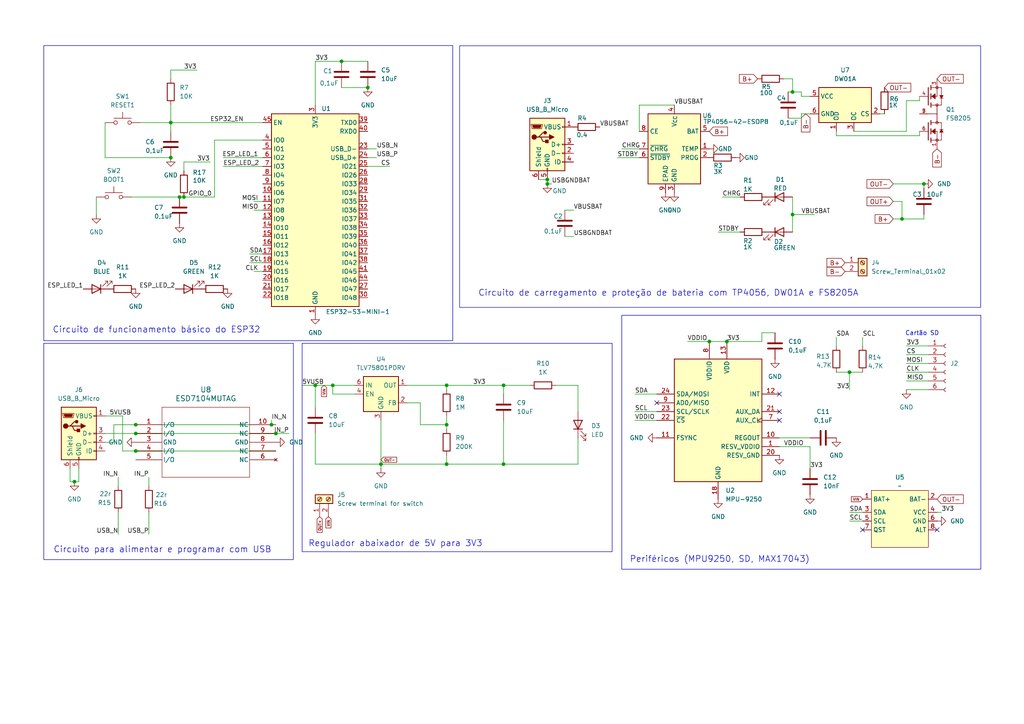
<source format=kicad_sch>
(kicad_sch (version 20250114) (generator "eeschema") (generator_version "9.0")
  (paper "A4")
  (title_block (title "PCI COMPLETA") (date "2025-04-03") (rev "1.0"))
  (lib_symbols
    (symbol "Battery_Management:DW01A"
      (property "Reference" "U" (at -6.604 6.35 0))
      (property "Value" "DW01A" (at 4.318 6.604 0))
      (symbol "DW01A_0_1"
        (pin power_in line (at -10.16 2.54 0) (length 2.54) (name "VCC") (number "5"))
        (pin power_in line (at -10.16 -2.54 0) (length 2.54) (name "GND") (number "6"))
        (pin output line (at -2.54 -7.62 90) (length 2.54) (name "OD") (number "1"))
        (pin output line (at 2.54 -7.62 90) (length 2.54) (name "OC") (number "3"))
        (pin input line (at 10.16 -2.54 180) (length 2.54) (name "CS") (number "2"))
      )
      (symbol "DW01A_1_1"
        (pin no_connect line (at 10.16 2.54 180) (length 2.54) (hide yes) (name "TD") (number "4"))
      )
    )
    (symbol "Battery_Management:TP4056-42-ESOP8"
      (property "Reference" "U" (at -6.604 11.684 0))
      (property "Value" "TP4056-42-ESOP8" (at 10.16 11.684 0))
      (symbol "TP4056-42-ESOP8_1_0"
        (pin input line (at -10.16 5.08 0) (length 2.54) (name "CE") (number "8"))
        (pin open_collector line (at -10.16 0 0) (length 2.54) (name "~{CHRG}") (number "7"))
        (pin open_collector line (at -10.16 -2.54 0) (length 2.54) (name "~{STDBY}") (number "6"))
        (pin passive line (at -2.54 -12.7 90) (length 2.54) (name "EPAD") (number "9"))
        (pin power_in line (at 0 12.7 270) (length 2.54) (name "V_{CC}") (number "4"))
        (pin power_in line (at 0 -12.7 90) (length 2.54) (name "GND") (number "3"))
        (pin power_out line (at 10.16 5.08 180) (length 2.54) (name "BAT") (number "5"))
        (pin input line (at 10.16 0 180) (length 2.54) (name "TEMP") (number "1"))
        (pin passive line (at 10.16 -2.54 180) (length 2.54) (name "PROG") (number "2"))
      )
    )
    (symbol "Connector:Conn_01x06_Socket" (pin_names (offset 1.016) (hide yes))
      (property "Reference" "J" (at 0 7.62 0))
      (property "Value" "Conn_01x06_Socket" (at 0 -10.16 0))
      (symbol "Conn_01x06_Socket_1_1"
        (pin passive line (at -5.08 5.08 0) (length 3.81) (name "Pin_1") (number "1"))
        (pin passive line (at -5.08 2.54 0) (length 3.81) (name "Pin_2") (number "2"))
        (pin passive line (at -5.08 0 0) (length 3.81) (name "Pin_3") (number "3"))
        (pin passive line (at -5.08 -2.54 0) (length 3.81) (name "Pin_4") (number "4"))
        (pin passive line (at -5.08 -5.08 0) (length 3.81) (name "Pin_5") (number "5"))
        (pin passive line (at -5.08 -7.62 0) (length 3.81) (name "Pin_6") (number "6"))
      )
    )
    (symbol "Connector:Screw_Terminal_01x02" (pin_names (offset 1.016) (hide yes))
      (property "Reference" "J" (at 0 2.54 0))
      (property "Value" "Screw_Terminal_01x02" (at 0 -5.08 0))
      (symbol "Screw_Terminal_01x02_1_1"
        (pin passive line (at -5.08 0 0) (length 3.81) (name "Pin_1") (number "1"))
        (pin passive line (at -5.08 -2.54 0) (length 3.81) (name "Pin_2") (number "2"))
      )
    )
    (symbol "Connector:USB_B_Micro" (pin_names (offset 1.016))
      (property "Reference" "J" (at -5.08 11.43 0))
      (property "Value" "USB_B_Micro" (at -5.08 8.89 0))
      (symbol "USB_B_Micro_1_1"
        (pin passive line (at -2.54 -10.16 90) (length 2.54) (name "Shield") (number "6"))
        (pin power_out line (at 0 -10.16 90) (length 2.54) (name "GND") (number "5"))
        (pin power_out line (at 7.62 5.08 180) (length 2.54) (name "VBUS") (number "1"))
        (pin bidirectional line (at 7.62 0 180) (length 2.54) (name "D+") (number "3"))
        (pin bidirectional line (at 7.62 -2.54 180) (length 2.54) (name "D-") (number "2"))
        (pin passive line (at 7.62 -5.08 180) (length 2.54) (name "ID") (number "4"))
      )
    )
    (symbol "Device:C" (pin_numbers (hide yes)) (pin_names (offset 0.254))
      (property "Reference" "C" (at 0.635 2.54 0))
      (property "Value" "C" (at 0.635 -2.54 0))
      (symbol "C_1_1"
        (pin passive line (at 0 3.81 270) (length 2.794) (name "~") (number "1"))
        (pin passive line (at 0 -3.81 90) (length 2.794) (name "~") (number "2"))
      )
    )
    (symbol "Device:LED" (pin_numbers (hide yes)) (pin_names (offset 1.016) (hide yes))
      (property "Reference" "D" (at 0 2.54 0))
      (property "Value" "LED" (at 0 -2.54 0))
      (symbol "LED_1_1"
        (pin passive line (at -3.81 0 0) (length 2.54) (name "K") (number "1"))
        (pin passive line (at 3.81 0 180) (length 2.54) (name "A") (number "2"))
      )
    )
    (symbol "Device:R" (pin_numbers (hide yes)) (pin_names (offset 0))
      (property "Reference" "R" (at 2.032 0 90))
      (property "Value" "R" (at 0 0 90))
      (symbol "R_1_1"
        (pin passive line (at 0 3.81 270) (length 1.27) (name "~") (number "1"))
        (pin passive line (at 0 -3.81 90) (length 1.27) (name "~") (number "2"))
      )
    )
    (symbol "FS8205:FS8205" (pin_names (offset 1.016))
      (property "Reference" "Q" (at 2.54 2.286 0))
      (property "Value" "FS8205" (at 2.54 -2.032 0))
      (symbol "FS8205_0_0"
        (pin passive line (at -5.08 5.08 0) (length 2.54) (name "~") (number "4"))
        (pin passive line (at -5.08 0 0) (length 2.54) (name "~") (number "2"))
        (pin passive line (at -5.08 0 0) (length 2.54) (name "~") (number "5"))
        (pin passive line (at -5.08 -5.08 0) (length 2.54) (name "~") (number "6"))
        (pin passive line (at 0 10.16 270) (length 2.54) (name "~") (number "3"))
        (pin passive line (at 0 -10.16 90) (length 2.54) (name "~") (number "1"))
      )
    )
    (symbol "MAX17043_Module:MAX17043_Module"
      (property "Reference" "U5" (at 0.635 2.54 0))
      (property "Value" "~" (at 0.635 0 0))
      (symbol "MAX17043_Module_1_1"
        (pin input line (at -10.16 -3.81 0) (length 2.54) (name "BAT+") (number "1"))
        (pin bidirectional line (at -10.16 -7.62 0) (length 2.54) (name "SDA") (number "3"))
        (pin bidirectional line (at -10.16 -10.16 0) (length 2.54) (name "SCL") (number "5"))
        (pin input line (at -10.16 -12.7 0) (length 2.54) (name "QST") (number "7"))
        (pin input line (at 11.43 -3.81 180) (length 2.54) (name "BAT-") (number "2"))
        (pin input line (at 11.43 -7.62 180) (length 2.54) (name "VCC") (number "4"))
        (pin input line (at 11.43 -10.16 180) (length 2.54) (name "GND") (number "6"))
        (pin output line (at 11.43 -12.7 180) (length 2.54) (name "ALT") (number "8"))
      )
    )
    (symbol "MUTAG:ESD7104MUTAG" (pin_names (offset 0.254))
      (property "Reference" "U8" (at 20.32 10.16 0))
      (property "Value" "ESD7104MUTAG" (at 20.32 7.62 0))
      (symbol "ESD7104MUTAG_0_1"
        (pin bidirectional line (at 0 0 0) (length 7.62) (name "I/O") (number "1"))
        (pin bidirectional line (at 0 -2.54 0) (length 7.62) (name "I/O") (number "2"))
        (pin power_out line (at 0 -5.08 0) (length 7.62) (name "GND") (number "3"))
        (pin bidirectional line (at 0 -7.62 0) (length 7.62) (name "I/O") (number "4"))
        (pin bidirectional line (at 0 -10.16 0) (length 7.62) (name "I/O") (number "5"))
        (pin power_out line (at 40.64 -5.08 180) (length 7.62) (name "GND") (number "8"))
        (pin no_connect line (at 40.64 -10.16 180) (length 7.62) (name "NC") (number "6"))
      )
      (symbol "ESD7104MUTAG_1_1"
        (pin bidirectional line (at 40.64 0 180) (length 7.62) (name "NC") (number "10"))
        (pin bidirectional line (at 40.64 -2.54 180) (length 7.62) (name "NC") (number "9"))
        (pin bidirectional line (at 40.64 -7.62 180) (length 7.62) (name "NC") (number "7"))
      )
    )
    (symbol "RF_Module:ESP32-S3-MINI-1"
      (property "Reference" "U" (at -11.43 29.21 0))
      (property "Value" "ESP32-S3-MINI-1" (at 12.7 29.21 0))
      (symbol "ESP32-S3-MINI-1_1_1"
        (pin input line (at -15.24 25.4 0) (length 2.54) (name "EN") (number "45"))
        (pin bidirectional line (at -15.24 20.32 0) (length 2.54) (name "IO0") (number "4"))
        (pin bidirectional line (at -15.24 17.78 0) (length 2.54) (name "IO1") (number "5"))
        (pin bidirectional line (at -15.24 15.24 0) (length 2.54) (name "IO2") (number "6"))
        (pin bidirectional line (at -15.24 12.7 0) (length 2.54) (name "IO3") (number "7"))
        (pin bidirectional line (at -15.24 10.16 0) (length 2.54) (name "IO4") (number "8"))
        (pin bidirectional line (at -15.24 7.62 0) (length 2.54) (name "IO5") (number "9"))
        (pin bidirectional line (at -15.24 5.08 0) (length 2.54) (name "IO6") (number "10"))
        (pin bidirectional line (at -15.24 2.54 0) (length 2.54) (name "IO7") (number "11"))
        (pin bidirectional line (at -15.24 0 0) (length 2.54) (name "IO8") (number "12"))
        (pin bidirectional line (at -15.24 -2.54 0) (length 2.54) (name "IO9") (number "13"))
        (pin bidirectional line (at -15.24 -5.08 0) (length 2.54) (name "IO10") (number "14"))
        (pin bidirectional line (at -15.24 -7.62 0) (length 2.54) (name "IO11") (number "15"))
        (pin bidirectional line (at -15.24 -10.16 0) (length 2.54) (name "IO12") (number "16"))
        (pin bidirectional line (at -15.24 -12.7 0) (length 2.54) (name "IO13") (number "17"))
        (pin bidirectional line (at -15.24 -15.24 0) (length 2.54) (name "IO14") (number "18"))
        (pin bidirectional line (at -15.24 -17.78 0) (length 2.54) (name "IO15") (number "19"))
        (pin bidirectional line (at -15.24 -20.32 0) (length 2.54) (name "IO16") (number "20"))
        (pin bidirectional line (at -15.24 -22.86 0) (length 2.54) (name "IO17") (number "21"))
        (pin bidirectional line (at -15.24 -25.4 0) (length 2.54) (name "IO18") (number "22"))
        (pin power_in line (at 0 30.48 270) (length 2.54) (name "3V3") (number "3"))
        (pin power_in line (at 0 -30.48 90) (length 2.54) (name "GND") (number "1"))
        (pin passive line (at 0 -30.48 90) (length 2.54) (hide yes) (name "GND") (number "2"))
        (pin passive line (at 0 -30.48 90) (length 2.54) (hide yes) (name "GND") (number "42"))
        (pin passive line (at 0 -30.48 90) (length 2.54) (hide yes) (name "GND") (number "43"))
        (pin passive line (at 0 -30.48 90) (length 2.54) (hide yes) (name "GND") (number "46"))
        (pin passive line (at 0 -30.48 90) (length 2.54) (hide yes) (name "GND") (number "47"))
        (pin passive line (at 0 -30.48 90) (length 2.54) (hide yes) (name "GND") (number "48"))
        (pin passive line (at 0 -30.48 90) (length 2.54) (hide yes) (name "GND") (number "49"))
        (pin passive line (at 0 -30.48 90) (length 2.54) (hide yes) (name "GND") (number "50"))
        (pin passive line (at 0 -30.48 90) (length 2.54) (hide yes) (name "GND") (number "51"))
        (pin passive line (at 0 -30.48 90) (length 2.54) (hide yes) (name "GND") (number "52"))
        (pin passive line (at 0 -30.48 90) (length 2.54) (hide yes) (name "GND") (number "53"))
        (pin passive line (at 0 -30.48 90) (length 2.54) (hide yes) (name "GND") (number "54"))
        (pin passive line (at 0 -30.48 90) (length 2.54) (hide yes) (name "GND") (number "55"))
        (pin passive line (at 0 -30.48 90) (length 2.54) (hide yes) (name "GND") (number "56"))
        (pin passive line (at 0 -30.48 90) (length 2.54) (hide yes) (name "GND") (number "57"))
        (pin passive line (at 0 -30.48 90) (length 2.54) (hide yes) (name "GND") (number "58"))
        (pin passive line (at 0 -30.48 90) (length 2.54) (hide yes) (name "GND") (number "59"))
        (pin passive line (at 0 -30.48 90) (length 2.54) (hide yes) (name "GND") (number "60"))
        (pin passive line (at 0 -30.48 90) (length 2.54) (hide yes) (name "GND") (number "61"))
        (pin passive line (at 0 -30.48 90) (length 2.54) (hide yes) (name "GND") (number "62"))
        (pin passive line (at 0 -30.48 90) (length 2.54) (hide yes) (name "GND") (number "63"))
        (pin passive line (at 0 -30.48 90) (length 2.54) (hide yes) (name "GND") (number "64"))
        (pin passive line (at 0 -30.48 90) (length 2.54) (hide yes) (name "GND") (number "65"))
        (pin bidirectional line (at 15.24 25.4 180) (length 2.54) (name "TXD0") (number "39"))
        (pin bidirectional line (at 15.24 22.86 180) (length 2.54) (name "RXD0") (number "40"))
        (pin bidirectional line (at 15.24 17.78 180) (length 2.54) (name "USB_D-") (number "23"))
        (pin bidirectional line (at 15.24 15.24 180) (length 2.54) (name "USB_D+") (number "24"))
        (pin bidirectional line (at 15.24 12.7 180) (length 2.54) (name "IO21") (number "25"))
        (pin bidirectional line (at 15.24 10.16 180) (length 2.54) (name "IO26") (number "26"))
        (pin bidirectional line (at 15.24 7.62 180) (length 2.54) (name "IO33") (number "28"))
        (pin bidirectional line (at 15.24 5.08 180) (length 2.54) (name "IO34") (number "29"))
        (pin bidirectional line (at 15.24 2.54 180) (length 2.54) (name "IO35") (number "31"))
        (pin bidirectional line (at 15.24 0 180) (length 2.54) (name "IO36") (number "32"))
        (pin bidirectional line (at 15.24 -2.54 180) (length 2.54) (name "IO37") (number "33"))
        (pin bidirectional line (at 15.24 -5.08 180) (length 2.54) (name "IO38") (number "34"))
        (pin bidirectional line (at 15.24 -7.62 180) (length 2.54) (name "IO39") (number "35"))
        (pin bidirectional line (at 15.24 -10.16 180) (length 2.54) (name "IO40") (number "36"))
        (pin bidirectional line (at 15.24 -12.7 180) (length 2.54) (name "IO41") (number "37"))
        (pin bidirectional line (at 15.24 -15.24 180) (length 2.54) (name "IO42") (number "38"))
        (pin bidirectional line (at 15.24 -17.78 180) (length 2.54) (name "IO45") (number "41"))
        (pin bidirectional line (at 15.24 -20.32 180) (length 2.54) (name "IO46") (number "44"))
        (pin bidirectional line (at 15.24 -22.86 180) (length 2.54) (name "IO47") (number "27"))
        (pin bidirectional line (at 15.24 -25.4 180) (length 2.54) (name "IO48") (number "30"))
      )
    )
    (symbol "Regulator_Linear:TLV75801PDRV"
      (property "Reference" "U" (at -3.81 6.35 0))
      (property "Value" "TLV75801PDRV" (at 0 6.35 0))
      (symbol "TLV75801PDRV_1_1"
        (pin power_in line (at -7.62 2.54 0) (length 2.54) (name "IN") (number "6"))
        (pin input line (at -7.62 0 0) (length 2.54) (name "EN") (number "4"))
        (pin power_in line (at 0 -7.62 90) (length 2.54) (name "GND") (number "3"))
        (pin passive line (at 0 -7.62 90) (length 2.54) (hide yes) (name "GND") (number "7"))
        (pin no_connect line (at 5.08 0 180) (length 2.54) (hide yes) (name "DNC") (number "5"))
        (pin power_out line (at 7.62 2.54 180) (length 2.54) (name "OUT") (number "1"))
        (pin input line (at 7.62 -2.54 180) (length 2.54) (name "FB") (number "2"))
      )
    )
    (symbol "Sensor_Motion:MPU-9250"
      (property "Reference" "U" (at -11.43 19.05 0))
      (property "Value" "MPU-9250" (at 7.62 -19.05 0))
      (symbol "MPU-9250_1_1"
        (pin bidirectional line (at -17.78 7.62 0) (length 5.08) (name "SDA/MOSI") (number "24"))
        (pin bidirectional line (at -17.78 5.08 0) (length 5.08) (name "AD0/MISO") (number "9"))
        (pin input line (at -17.78 2.54 0) (length 5.08) (name "SCL/SCLK") (number "23"))
        (pin input line (at -17.78 0 0) (length 5.08) (name "~{CS}") (number "22"))
        (pin input line (at -17.78 -5.08 0) (length 5.08) (name "FSYNC") (number "11"))
        (pin power_in line (at -2.54 22.86 270) (length 5.08) (name "VDDIO") (number "8"))
        (pin power_in line (at 0 -22.86 90) (length 5.08) (name "GND") (number "18"))
        (pin power_in line (at 2.54 22.86 270) (length 5.08) (name "VDD") (number "13"))
        (pin output line (at 17.78 7.62 180) (length 5.08) (name "INT") (number "12"))
        (pin bidirectional line (at 17.78 2.54 180) (length 5.08) (name "AUX_DA") (number "21"))
        (pin output clock (at 17.78 0 180) (length 5.08) (name "AUX_CL") (number "7"))
        (pin passive line (at 17.78 -5.08 180) (length 5.08) (name "REGOUT") (number "10"))
        (pin input line (at 17.78 -7.62 180) (length 5.08) (name "RESV_VDDIO") (number "1"))
        (pin power_in line (at 17.78 -10.16 180) (length 5.08) (name "RESV_GND") (number "20"))
      )
    )
    (symbol "Switch:SW_Push" (pin_numbers (hide yes)) (pin_names (offset 1.016) (hide yes))
      (property "Reference" "SW" (at 1.27 2.54 0))
      (property "Value" "SW_Push" (at 0 -1.524 0))
      (symbol "SW_Push_0_1"
        (pin passive line (at -5.08 0 0) (length 2.54) (name "1") (number "1"))
        (pin passive line (at 5.08 0 180) (length 2.54) (name "2") (number "2"))
      )
    )
    (symbol "power:GND" (power) (pin_numbers (hide yes)) (pin_names (offset 0) (hide yes))
      (property "Value" "GND" (at 0 -3.81 0))
      (symbol "GND_1_1"
        (pin power_in line (at 0 0 270) (length 0) (name "~") (number "1"))
      )
    )
  )
  (rectangle (start 87.63 99.568) (end 177.546 160.02))
  (rectangle (start 12.7 99.568) (end 85.09 162.306))
  (rectangle (start 12.7 13.208) (end 131.318 98.806))
  (rectangle (start 180.34 91.44) (end 284.48 165.1))
  (rectangle (start 133.3033 13.2782) (end 284.4333 89.154))
  (text "Circuito de funcionamento básico do ESP32\n" (at 15.24 95.758 0) (effects (font (size 1.778 1.778)) (justify left)))
  (text "Regulador abaixador de 5V para 3V3\n" (at 89.408 157.734 0) (effects (font (size 1.778 1.778)) (justify left)))
  (text "Circuito para alimentar e programar com USB\n" (at 15.494 159.512 0) (effects (font (size 1.778 1.778)) (justify left)))
  (text "Cartão SD\n" (at 267.462 96.774 0) (effects (font (size 1.27 1.27))))
  (text "Periféricos (MPU9250, SD, MAX17043)" (at 182.626 162.306 0) (effects (font (size 1.778 1.778)) (justify left)))
  (text "Circuito de carregamento e proteção de bateria com TP4056, DW01A e FS8205A " (at 138.684 85.09 0) (effects (font (size 1.778 1.778)) (justify left)))
  (junction (at 261.62 63.5))
  (junction (at 146.05 134.62))
  (junction (at 129.54 111.76))
  (junction (at 229.87 26.67))
  (junction (at 49.53 35.56))
  (junction (at 39.37 130.81))
  (junction (at 39.37 125.73))
  (junction (at 53.34 57.15))
  (junction (at 39.37 123.19))
  (junction (at 205.74 99.06))
  (junction (at 91.44 111.76))
  (junction (at 78.74 123.19))
  (junction (at 267.97 53.34))
  (junction (at 52.07 57.15))
  (junction (at 129.54 134.62))
  (junction (at 96.52 111.76))
  (junction (at 246.38 107.95))
  (junction (at 80.01 125.73))
  (junction (at 21.59 139.7))
  (junction (at 106.68 25.4))
  (junction (at 229.87 62.23))
  (junction (at 146.05 111.76))
  (junction (at 99.06 17.78))
  (junction (at 158.75 52.07))
  (junction (at 210.82 99.06))
  (junction (at 110.49 134.62))
  (junction (at 129.54 123.19))
  (junction (at 49.53 45.72))
  (junction (at 158.75 53.34))
  (no_connect (at 271.78 153.67))
  (no_connect (at 250.19 153.67))
  (no_connect (at 226.06 119.38))
  (no_connect (at 226.06 121.92))
  (no_connect (at 226.06 114.3))
  (no_connect (at 190.5 116.84))
  (wire (pts (xy 262.89 102.87) (xy 269.24 102.87)))
  (wire (pts (xy 121.92 116.84) (xy 118.11 116.84)))
  (wire (pts (xy 96.52 111.76) (xy 96.52 114.3)))
  (wire (pts (xy 129.54 123.19) (xy 129.54 124.46)))
  (wire (pts (xy 210.82 99.06) (xy 220.98 99.06)))
  (wire (pts (xy 208.28 67.31) (xy 214.63 67.31)))
  (wire (pts (xy 49.53 35.56) (xy 76.2 35.56)))
  (wire (pts (xy 35.56 120.65) (xy 35.56 130.81)))
  (wire (pts (xy 34.29 148.59) (xy 34.29 154.94)))
  (wire (pts (xy 78.74 121.92) (xy 78.74 123.19)))
  (wire (pts (xy 259.08 53.34) (xy 267.97 53.34)))
  (wire (pts (xy 73.66 78.74) (xy 76.2 78.74)))
  (wire (pts (xy 33.02 123.19) (xy 33.02 128.27)))
  (wire (pts (xy 91.44 30.48) (xy 91.44 17.78)))
  (wire (pts (xy 229.87 57.15) (xy 229.87 62.23)))
  (wire (pts (xy 40.64 35.56) (xy 49.53 35.56)))
  (wire (pts (xy 232.41 27.94) (xy 234.95 27.94)))
  (wire (pts (xy 49.53 45.72) (xy 30.48 45.72)))
  (wire (pts (xy 30.48 128.27) (xy 33.02 128.27)))
  (wire (pts (xy 262.89 113.03) (xy 269.24 113.03)))
  (wire (pts (xy 62.23 40.64) (xy 62.23 57.15)))
  (wire (pts (xy 49.53 35.56) (xy 49.53 38.1)))
  (wire (pts (xy 129.54 111.76) (xy 129.54 113.03)))
  (wire (pts (xy 91.44 17.78) (xy 99.06 17.78)))
  (wire (pts (xy 228.6 34.29) (xy 232.41 34.29)))
  (wire (pts (xy 184.15 119.38) (xy 190.5 119.38)))
  (wire (pts (xy 229.87 26.67) (xy 232.41 26.67)))
  (wire (pts (xy 99.06 25.4) (xy 106.68 25.4)))
  (wire (pts (xy 242.57 39.37) (xy 266.7 39.37)))
  (wire (pts (xy 53.34 57.15) (xy 62.23 57.15)))
  (wire (pts (xy 262.89 110.49) (xy 269.24 110.49)))
  (wire (pts (xy 49.53 22.86) (xy 49.53 20.32)))
  (wire (pts (xy 232.41 26.67) (xy 232.41 27.94)))
  (wire (pts (xy 167.64 127) (xy 167.64 134.62)))
  (wire (pts (xy 80.01 125.73) (xy 83.82 125.73)))
  (wire (pts (xy 43.18 138.43) (xy 43.18 140.97)))
  (wire (pts (xy 91.44 111.76) (xy 96.52 111.76)))
  (wire (pts (xy 106.68 48.26) (xy 113.03 48.26)))
  (wire (pts (xy 209.55 57.15) (xy 214.63 57.15)))
  (wire (pts (xy 271.78 148.59) (xy 273.05 148.59)))
  (wire (pts (xy 199.39 99.06) (xy 205.74 99.06)))
  (wire (pts (xy 229.87 62.23) (xy 229.87 67.31)))
  (wire (pts (xy 255.27 33.02) (xy 256.54 33.02)))
  (wire (pts (xy 39.37 123.19) (xy 78.74 123.19)))
  (wire (pts (xy 261.62 63.5) (xy 259.08 63.5)))
  (wire (pts (xy 158.75 52.07) (xy 158.75 53.34)))
  (wire (pts (xy 76.2 40.64) (xy 62.23 40.64)))
  (wire (pts (xy 242.57 97.79) (xy 242.57 100.33)))
  (wire (pts (xy 267.97 62.23) (xy 267.97 63.5)))
  (wire (pts (xy 129.54 134.62) (xy 146.05 134.62)))
  (wire (pts (xy 232.41 33.02) (xy 232.41 34.29)))
  (wire (pts (xy 246.38 107.95) (xy 250.19 107.95)))
  (wire (pts (xy 146.05 111.76) (xy 146.05 114.3)))
  (wire (pts (xy 229.87 22.86) (xy 229.87 26.67)))
  (wire (pts (xy 185.42 38.1) (xy 185.42 30.48)))
  (wire (pts (xy 78.74 123.19) (xy 80.01 123.19)))
  (wire (pts (xy 64.77 45.72) (xy 76.2 45.72)))
  (wire (pts (xy 49.53 30.48) (xy 49.53 35.56)))
  (wire (pts (xy 261.62 63.5) (xy 267.97 63.5)))
  (wire (pts (xy 163.83 68.58) (xy 166.37 68.58)))
  (wire (pts (xy 106.68 43.18) (xy 109.22 43.18)))
  (wire (pts (xy 220.98 99.06) (xy 220.98 96.52)))
  (wire (pts (xy 179.07 45.72) (xy 185.42 45.72)))
  (wire (pts (xy 30.48 120.65) (xy 35.56 120.65)))
  (wire (pts (xy 27.94 57.15) (xy 27.94 62.23)))
  (wire (pts (xy 30.48 35.56) (xy 30.48 45.72)))
  (wire (pts (xy 262.89 29.21) (xy 266.7 29.21)))
  (wire (pts (xy 73.66 58.42) (xy 76.2 58.42)))
  (wire (pts (xy 250.19 97.79) (xy 250.19 100.33)))
  (wire (pts (xy 262.89 100.33) (xy 269.24 100.33)))
  (wire (pts (xy 158.75 53.34) (xy 160.02 53.34)))
  (wire (pts (xy 72.39 73.66) (xy 76.2 73.66)))
  (wire (pts (xy 232.41 33.02) (xy 234.95 33.02)))
  (wire (pts (xy 262.89 29.21) (xy 262.89 38.1)))
  (wire (pts (xy 30.48 125.73) (xy 39.37 125.73)))
  (wire (pts (xy 259.08 58.42) (xy 261.62 58.42)))
  (wire (pts (xy 220.98 96.52) (xy 224.79 96.52)))
  (wire (pts (xy 34.29 138.43) (xy 34.29 140.97)))
  (wire (pts (xy 267.97 54.61) (xy 267.97 53.34)))
  (wire (pts (xy 118.11 111.76) (xy 129.54 111.76)))
  (wire (pts (xy 185.42 30.48) (xy 195.58 30.48)))
  (wire (pts (xy 110.49 134.62) (xy 110.49 135.89)))
  (wire (pts (xy 228.6 26.67) (xy 229.87 26.67)))
  (wire (pts (xy 64.77 48.26) (xy 76.2 48.26)))
  (wire (pts (xy 53.34 46.99) (xy 60.96 46.99)))
  (wire (pts (xy 91.44 125.73) (xy 91.44 134.62)))
  (wire (pts (xy 226.06 129.54) (xy 234.95 129.54)))
  (wire (pts (xy 246.38 107.95) (xy 246.38 113.03)))
  (wire (pts (xy 38.1 57.15) (xy 52.07 57.15)))
  (wire (pts (xy 106.68 45.72) (xy 109.22 45.72)))
  (wire (pts (xy 72.39 76.2) (xy 76.2 76.2)))
  (wire (pts (xy 129.54 111.76) (xy 146.05 111.76)))
  (wire (pts (xy 146.05 134.62) (xy 167.64 134.62)))
  (wire (pts (xy 35.56 130.81) (xy 39.37 130.81)))
  (wire (pts (xy 184.15 121.92) (xy 190.5 121.92)))
  (wire (pts (xy 242.57 107.95) (xy 246.38 107.95)))
  (wire (pts (xy 262.89 38.1) (xy 247.65 38.1)))
  (wire (pts (xy 156.21 52.07) (xy 158.75 52.07)))
  (wire (pts (xy 49.53 20.32) (xy 57.15 20.32)))
  (wire (pts (xy 53.34 49.53) (xy 53.34 46.99)))
  (wire (pts (xy 246.38 151.13) (xy 250.19 151.13)))
  (wire (pts (xy 52.07 57.15) (xy 53.34 57.15)))
  (wire (pts (xy 129.54 132.08) (xy 129.54 134.62)))
  (wire (pts (xy 161.29 111.76) (xy 167.64 111.76)))
  (wire (pts (xy 266.7 38.1) (xy 266.7 39.37)))
  (wire (pts (xy 262.89 105.41) (xy 269.24 105.41)))
  (wire (pts (xy 121.92 123.19) (xy 121.92 116.84)))
  (wire (pts (xy 242.57 38.1) (xy 242.57 39.37)))
  (wire (pts (xy 39.37 130.81) (xy 80.01 130.81)))
  (wire (pts (xy 43.18 148.59) (xy 43.18 154.94)))
  (wire (pts (xy 129.54 123.19) (xy 121.92 123.19)))
  (wire (pts (xy 91.44 134.62) (xy 110.49 134.62)))
  (wire (pts (xy 163.83 60.96) (xy 166.37 60.96)))
  (wire (pts (xy 146.05 111.76) (xy 153.67 111.76)))
  (wire (pts (xy 33.02 123.19) (xy 39.37 123.19)))
  (wire (pts (xy 246.38 148.59) (xy 250.19 148.59)))
  (wire (pts (xy 102.87 114.3) (xy 96.52 114.3)))
  (wire (pts (xy 226.06 127) (xy 234.95 127)))
  (wire (pts (xy 21.59 139.7) (xy 22.86 139.7)))
  (wire (pts (xy 22.86 139.7) (xy 22.86 135.89)))
  (wire (pts (xy 205.74 99.06) (xy 210.82 99.06)))
  (wire (pts (xy 110.49 121.92) (xy 110.49 134.62)))
  (wire (pts (xy 266.7 27.94) (xy 266.7 29.21)))
  (wire (pts (xy 229.87 62.23) (xy 236.22 62.23)))
  (wire (pts (xy 110.49 134.62) (xy 129.54 134.62)))
  (wire (pts (xy 129.54 120.65) (xy 129.54 123.19)))
  (wire (pts (xy 234.95 129.54) (xy 234.95 135.89)))
  (wire (pts (xy 20.32 135.89) (xy 20.32 139.7)))
  (wire (pts (xy 99.06 17.78) (xy 106.68 17.78)))
  (wire (pts (xy 39.37 125.73) (xy 80.01 125.73)))
  (wire (pts (xy 91.44 111.76) (xy 91.44 118.11)))
  (wire (pts (xy 146.05 134.62) (xy 146.05 121.92)))
  (wire (pts (xy 73.66 60.96) (xy 76.2 60.96)))
  (wire (pts (xy 184.15 114.3) (xy 190.5 114.3)))
  (wire (pts (xy 262.89 107.95) (xy 269.24 107.95)))
  (wire (pts (xy 261.62 58.42) (xy 261.62 63.5)))
  (wire (pts (xy 227.33 22.86) (xy 229.87 22.86)))
  (wire (pts (xy 167.64 111.76) (xy 167.64 119.38)))
  (wire (pts (xy 87.63 111.76) (xy 91.44 111.76)))
  (wire (pts (xy 96.52 111.76) (xy 102.87 111.76)))
  (wire (pts (xy 180.34 43.18) (xy 185.42 43.18)))
  (wire (pts (xy 20.32 139.7) (xy 21.59 139.7)))
  (label "USB_P" (at 43.18 154.94 180))
  (label "STDBY" (at 179.07 45.72 0))
  (label "SCL" (at 184.15 119.38 0))
  (label "ESP_LED_2" (at 64.77 48.26 0))
  (label "VBUSBAT" (at 195.58 30.48 0))
  (label "IN_N" (at 34.29 138.43 180))
  (label "MOSI" (at 74.93 58.42 180))
  (label "USB_N" (at 109.22 43.18 0))
  (label "ESP_LED_2" (at 50.8 83.82 180))
  (label "3V3" (at 273.05 148.59 0))
  (label "IN_N" (at 78.74 121.92 0))
  (label "5VUSB" (at 87.63 111.76 0))
  (label "CLK" (at 262.89 107.95 0))
  (label "SDA" (at 246.38 148.59 0))
  (label "STDBY" (at 208.28 67.31 0))
  (label "3V3" (at 234.95 135.89 0))
  (label "USBGNDBAT" (at 166.37 68.58 0))
  (label "MISO" (at 74.93 60.96 180))
  (label "VBUSBAT" (at 232.41 62.23 0))
  (label "CS" (at 110.49 48.26 0))
  (label "SCL" (at 246.38 151.13 0))
  (label "3V3" (at 246.38 113.03 180))
  (label "3V3" (at 57.15 46.99 0))
  (label "USB_P" (at 109.22 45.72 0))
  (label "SDA" (at 72.39 73.66 0))
  (label "SCL" (at 72.39 76.2 0))
  (label "VBUSBAT" (at 173.99 36.83 0))
  (label "ESP_LED_1" (at 24.13 83.82 180))
  (label "CHRG" (at 180.34 43.18 0))
  (label "CLK" (at 74.93 78.74 180))
  (label "IN_P" (at 43.18 138.43 180))
  (label "SCL" (at 250.19 97.79 0))
  (label "ESP_LED_1" (at 74.93 45.72 180))
  (label "5VUSB" (at 31.75 120.65 0))
  (label "3V3" (at 210.82 99.06 0))
  (label "ESP32_EN" (at 60.96 35.56 0))
  (label "MISO" (at 263.0178 110.49 0))
  (label "VDDIO" (at 227.33 129.54 0))
  (label "3V3" (at 262.89 100.33 0))
  (label "SDA" (at 242.57 97.79 0))
  (label "CHRG" (at 209.55 57.15 0))
  (label "CS" (at 262.89 102.87 0))
  (label "GPIO_0" (at 54.61 57.15 0))
  (label "VBUSBAT" (at 166.37 60.96 0))
  (label "VDDIO" (at 199.39 99.06 0))
  (label "3V3" (at 137.16 111.76 0))
  (label "3V3" (at 91.44 17.78 0))
  (label "IN_P" (at 83.82 125.73 180))
  (label "MOSI" (at 262.89 105.41 0))
  (label "VDDIO" (at 184.15 121.92 0))
  (label "3V3" (at 53.34 20.32 0))
  (label "USBGNDBAT" (at 160.02 53.34 0))
  (label "USB_N" (at 34.29 154.94 180))
  (label "SDA" (at 184.15 114.3 0))
  (global_label "B+" (shape input) (at 259.08 63.5 180) (property "Intersheetrefs" "${INTERSHEET_REFS}" (effects (hide yes))))
  (global_label "VIN" (shape input) (at 250.19 144.78 180) (effects (font (size 0.762 0.762))) (property "Intersheetrefs" "${INTERSHEET_REFS}" (effects (hide yes))))
  (global_label "OUT-" (shape input) (at 259.08 53.34 180) (property "Intersheetrefs" "${INTERSHEET_REFS}" (effects (hide yes))))
  (global_label "VIN" (shape input) (at 93.98 111.76 270) (effects (font (size 0.762 0.762))) (property "Intersheetrefs" "${INTERSHEET_REFS}" (effects (hide yes))))
  (global_label "OUT-" (shape input) (at 110.49 133.35 0) (effects (font (size 0.762 0.762))) (property "Intersheetrefs" "${INTERSHEET_REFS}" (effects (hide yes))))
  (global_label "B-" (shape input) (at 233.68 33.02 270) (property "Intersheetrefs" "${INTERSHEET_REFS}" (effects (hide yes))))
  (global_label "B-" (shape input) (at 245.11 78.74 180) (property "Intersheetrefs" "${INTERSHEET_REFS}" (effects (hide yes))))
  (global_label "B+" (shape input) (at 245.11 76.2 180) (property "Intersheetrefs" "${INTERSHEET_REFS}" (effects (hide yes))))
  (global_label "OUT+" (shape input) (at 92.71 149.86 270) (effects (font (size 0.762 0.762))) (property "Intersheetrefs" "${INTERSHEET_REFS}" (effects (hide yes))))
  (global_label "OUT+" (shape input) (at 259.08 58.42 180) (property "Intersheetrefs" "${INTERSHEET_REFS}" (effects (hide yes))))
  (global_label "B+" (shape input) (at 205.74 38.1 0) (property "Intersheetrefs" "${INTERSHEET_REFS}" (effects (hide yes))))
  (global_label "B-" (shape input) (at 271.78 43.18 270) (property "Intersheetrefs" "${INTERSHEET_REFS}" (effects (hide yes))))
  (global_label "VIN" (shape input) (at 95.25 149.86 270) (effects (font (size 0.762 0.762))) (property "Intersheetrefs" "${INTERSHEET_REFS}" (effects (hide yes))))
  (global_label "OUT-" (shape input) (at 271.78 22.86 0) (property "Intersheetrefs" "${INTERSHEET_REFS}" (effects (hide yes))))
  (global_label "OUT-" (shape input) (at 271.78 144.78 0) (property "Intersheetrefs" "${INTERSHEET_REFS}" (effects (hide yes))))
  (global_label "B+" (shape input) (at 219.71 22.86 180) (property "Intersheetrefs" "${INTERSHEET_REFS}" (effects (hide yes))))
  (global_label "OUT-" (shape input) (at 256.54 25.4 0) (property "Intersheetrefs" "${INTERSHEET_REFS}" (effects (hide yes))))
  (symbol (lib_id "Regulator_Linear:TLV75801PDRV") (at 110.49 114.3 0) (unit 1)
    (property "Reference" "U4" (at 110.49 104.14 0))
    (property "Value" "TLV75801PDRV" (at 110.49 106.68 0))
    (property "Footprint" "Package_SON:WSON-6-1EP_2x2mm_P0.65mm_EP1x1.6mm" (effects (hide yes)))
    (property "Datasheet" "https://www.ti.com/lit/ds/symlink/tlv758p.pdf" (effects (hide yes)))
    (property "Description" "500mA Low-Dropout Linear Regulator, Adjustable Output, WSON-6" (effects (hide yes)))
  )
  (symbol (lib_id "power:GND") (at 110.49 135.89 0) (unit 1)
    (property "Reference" "#PWR013" (effects (hide yes)))
    (property "Value" "GND" (at 110.49 140.97 0))
    (property "Description" "Power symbol creates a global label with name \"GND\" , ground" (effects (hide yes)))
  )
  (symbol (lib_id "Device:LED") (at 226.06 57.15 0) (unit 1)
    (property "Reference" "D1" (at 226.314 52.07 0))
    (property "Value" "RED" (at 226.314 54.61 0))
    (property "Footprint" "LED_SMD:LED_0603_1608Metric" (effects (hide yes)))
    (property "Description" "Light emitting diode" (effects (hide yes)))
    (property "Sim.Pins" "1=K 2=A" (effects (hide yes)))
  )
  (symbol (lib_id "Device:R") (at 256.54 29.21 180) (unit 1)
    (property "Reference" "R6" (at 259.334 28.702 0))
    (property "Value" "1K" (at 259.08 30.48 0))
    (property "Footprint" "Resistor_SMD:R_0603_1608Metric" (effects (hide yes)))
    (property "Description" "Resistor" (effects (hide yes)))
  )
  (symbol (lib_id "Device:R") (at 218.44 57.15 90) (unit 1)
    (property "Reference" "R1" (at 216.916 52.324 90))
    (property "Value" "1K" (at 216.916 54.864 90))
    (property "Footprint" "Resistor_SMD:R_0603_1608Metric" (effects (hide yes)))
    (property "Description" "Resistor" (effects (hide yes)))
  )
  (symbol (lib_id "Device:C") (at 238.76 127 90) (unit 1)
    (property "Reference" "C11" (at 238.76 119.38 90))
    (property "Value" "0,1uF" (at 238.76 121.92 90))
    (property "Footprint" "Capacitor_SMD:C_0603_1608Metric" (effects (hide yes)))
    (property "Description" "Unpolarized capacitor" (effects (hide yes)))
  )
  (symbol (lib_id "Device:R") (at 242.57 104.14 0) (unit 1)
    (property "Reference" "R13" (at 236.728 103.378 0) (effects (justify left)))
    (property "Value" "4,7K" (at 236.728 105.918 0) (effects (justify left)))
    (property "Footprint" "Resistor_SMD:R_0603_1608Metric" (effects (hide yes)))
    (property "Description" "Resistor" (effects (hide yes)))
  )
  (symbol (lib_id "power:GND") (at 205.74 43.18 90) (unit 1)
    (property "Reference" "#PWR03" (effects (hide yes)))
    (property "Value" "GND" (at 208.28 43.18 90) (effects (justify right)))
    (property "Description" "Power symbol creates a global label with name \"GND\" , ground" (effects (hide yes)))
  )
  (symbol (lib_id "Connector:USB_B_Micro") (at 22.86 125.73 0) (unit 1)
    (property "Reference" "J6" (at 22.86 113.03 0))
    (property "Value" "USB_B_Micro" (at 22.86 115.57 0))
    (property "Footprint" "Connector_USB:USB_Micro-B_Molex-105017-0001" (effects (hide yes)))
    (property "Description" "USB Micro Type B connector" (effects (hide yes)))
  )
  (symbol (lib_id "MAX17043_Module:MAX17043_Module") (at 260.35 140.97 0) (unit 1)
    (property "Reference" "U5" (at 260.985 138.43 0))
    (property "Value" "~" (at 260.985 140.97 0))
    (property "Footprint" "MAX17043_module:MAX" (effects (hide yes)))
  )
  (symbol (lib_id "power:GND") (at 271.78 151.13 90) (unit 1)
    (property "Reference" "#PWR021" (effects (hide yes)))
    (property "Value" "GND" (at 275.59 151.1299 90) (effects (justify right)))
    (property "Description" "Power symbol creates a global label with name \"GND\" , ground" (effects (hide yes)))
  )
  (symbol (lib_id "Device:R") (at 129.54 116.84 0) (unit 1)
    (property "Reference" "R8" (at 132.08 115.5699 0) (effects (justify left)))
    (property "Value" "1M" (at 132.08 118.1099 0) (effects (justify left)))
    (property "Footprint" "Resistor_SMD:R_0603_1608Metric" (effects (hide yes)))
    (property "Description" "Resistor" (effects (hide yes)))
  )
  (symbol (lib_id "Device:R") (at 250.19 104.14 0) (unit 1)
    (property "Reference" "R14" (at 251.714 103.632 0) (effects (justify left)))
    (property "Value" "4,7K" (at 251.714 106.172 0) (effects (justify left)))
    (property "Footprint" "Resistor_SMD:R_0603_1608Metric" (effects (hide yes)))
    (property "Description" "Resistor" (effects (hide yes)))
  )
  (symbol (lib_id "power:GND") (at 91.44 91.44 0) (unit 1)
    (property "Reference" "#PWR07" (effects (hide yes)))
    (property "Value" "GND" (at 91.44 96.52 0))
    (property "Description" "Power symbol creates a global label with name \"GND\" , ground" (effects (hide yes)))
  )
  (symbol (lib_id "Device:R") (at 49.53 26.67 0) (unit 1)
    (property "Reference" "R7" (at 52.07 25.3999 0) (effects (justify left)))
    (property "Value" "10K" (at 52.07 27.9399 0) (effects (justify left)))
    (property "Footprint" "Resistor_SMD:R_0603_1608Metric" (effects (hide yes)))
    (property "Description" "Resistor" (effects (hide yes)))
  )
  (symbol (lib_id "Device:C") (at 49.53 41.91 0) (unit 1)
    (property "Reference" "C6" (at 42.164 41.148 0) (effects (justify left)))
    (property "Value" "0,1uF" (at 42.164 43.688 0) (effects (justify left)))
    (property "Footprint" "Capacitor_SMD:C_0603_1608Metric" (effects (hide yes)))
    (property "Description" "Unpolarized capacitor" (effects (hide yes)))
  )
  (symbol (lib_id "Device:R") (at 209.55 45.72 90) (unit 1)
    (property "Reference" "R3" (at 208.28 48.006 90))
    (property "Value" "3K" (at 208.28 49.784 90))
    (property "Footprint" "Resistor_SMD:R_0603_1608Metric" (effects (hide yes)))
    (property "Description" "Resistor" (effects (hide yes)))
  )
  (symbol (lib_id "power:GND") (at 242.57 127 0) (unit 1)
    (property "Reference" "#PWR018" (effects (hide yes)))
    (property "Value" "GND" (at 242.57 132.08 0))
    (property "Description" "Power symbol creates a global label with name \"GND\" , ground" (effects (hide yes)))
  )
  (symbol (lib_id "power:GND") (at 262.89 113.03 0) (unit 1)
    (property "Reference" "#PWR014" (effects (hide yes)))
    (property "Value" "GND" (at 262.89 118.11 0))
    (property "Description" "Power symbol creates a global label with name \"GND\" , ground" (effects (hide yes)))
  )
  (symbol (lib_id "power:GND") (at 226.06 132.08 0) (unit 1)
    (property "Reference" "#PWR017" (effects (hide yes)))
    (property "Value" "GND" (at 226.06 137.16 0))
    (property "Description" "Power symbol creates a global label with name \"GND\" , ground" (effects (hide yes)))
  )
  (symbol (lib_id "Switch:SW_Push") (at 35.56 35.56 0) (unit 1)
    (property "Reference" "SW1" (at 35.56 27.94 0))
    (property "Value" "RESET1" (at 35.56 30.48 0))
    (property "Footprint" "Button_Switch_SMD:SW_Push_1P1T_NO_CK_KSC6xxJ" (effects (hide yes)))
    (property "Description" "Push button switch, generic, two pins" (effects (hide yes)))
  )
  (symbol (lib_id "Device:C") (at 228.6 30.48 0) (unit 1)
    (property "Reference" "C4" (at 225.298 28.448 0) (effects (justify left)))
    (property "Value" "0,1uF" (at 226.06 35.56 0) (effects (justify left)))
    (property "Footprint" "Capacitor_SMD:C_0603_1608Metric" (effects (hide yes)))
    (property "Description" "Unpolarized capacitor" (effects (hide yes)))
  )
  (symbol (lib_id "Device:R") (at 34.29 144.78 180) (unit 1)
    (property "Reference" "R15" (at 32.258 145.796 0) (effects (justify left)))
    (property "Value" "22r" (at 32.258 143.256 0) (effects (justify left)))
    (property "Footprint" "Resistor_SMD:R_0603_1608Metric" (effects (hide yes)))
    (property "Description" "Resistor" (effects (hide yes)))
  )
  (symbol (lib_id "Device:C") (at 163.83 64.77 0) (unit 1)
    (property "Reference" "C2" (at 160.528 62.738 0) (effects (justify left)))
    (property "Value" "0,1uF" (at 157.734 67.056 0) (effects (justify left)))
    (property "Footprint" "Capacitor_SMD:C_0603_1608Metric" (effects (hide yes)))
    (property "Description" "Unpolarized capacitor" (effects (hide yes)))
  )
  (symbol (lib_id "Device:R") (at 62.23 83.82 90) (unit 1)
    (property "Reference" "R12" (at 62.23 77.47 90))
    (property "Value" "1K" (at 62.23 80.01 90))
    (property "Footprint" "Resistor_SMD:R_0603_1608Metric" (effects (hide yes)))
    (property "Description" "Resistor" (effects (hide yes)))
  )
  (symbol (lib_id "Connector:Screw_Terminal_01x02") (at 250.19 76.2 0) (unit 1)
    (property "Reference" "J4" (at 252.73 76.1999 0) (effects (justify left)))
    (property "Value" "Screw_Terminal_01x02" (at 252.73 78.7399 0) (effects (justify left)))
    (property "Footprint" "mod_conn_screw:mors_2p" (effects (hide yes)))
    (property "Description" "Generic screw terminal, single row, 01x02, script generated (kicad-library-utils/schlib/autogen/connector/)" (effects (hide yes)))
  )
  (symbol (lib_id "power:GND") (at 27.94 62.23 0) (unit 1)
    (property "Reference" "#PWR010" (effects (hide yes)))
    (property "Value" "GND" (at 27.94 67.31 0))
    (property "Description" "Power symbol creates a global label with name \"GND\" , ground" (effects (hide yes)))
  )
  (symbol (lib_id "power:GND") (at 52.07 64.77 0) (unit 1)
    (property "Reference" "#PWR0101" (effects (hide yes)))
    (property "Value" "GND" (at 52.07 69.85 0))
    (property "Description" "Power symbol creates a global label with name \"GND\" , ground" (effects (hide yes)))
  )
  (symbol (lib_id "power:GND") (at 190.5 127 270) (unit 1)
    (property "Reference" "#PWR020" (effects (hide yes)))
    (property "Value" "GND" (at 186.69 126.9999 90) (effects (justify right)))
    (property "Description" "Power symbol creates a global label with name \"GND\" , ground" (effects (hide yes)))
  )
  (symbol (lib_id "power:GND") (at 21.59 139.7 0) (unit 1)
    (property "Reference" "#PWR024" (effects (hide yes)))
    (property "Value" "GND" (at 21.59 144.78 0))
    (property "Description" "Power symbol creates a global label with name \"GND\" , ground" (effects (hide yes)))
  )
  (symbol (lib_id "Device:R") (at 35.56 83.82 90) (unit 1)
    (property "Reference" "R11" (at 35.56 77.47 90))
    (property "Value" "1K" (at 35.56 80.01 90))
    (property "Footprint" "Resistor_SMD:R_0603_1608Metric" (effects (hide yes)))
    (property "Description" "Resistor" (effects (hide yes)))
  )
  (symbol (lib_id "Device:C") (at 267.97 58.42 0) (unit 1)
    (property "Reference" "C3" (at 264.668 56.388 0) (effects (justify left)))
    (property "Value" "10uF" (at 268.732 56.388 0) (effects (justify left)))
    (property "Footprint" "Capacitor_SMD:C_0603_1608Metric" (effects (hide yes)))
    (property "Description" "Unpolarized capacitor" (effects (hide yes)))
  )
  (symbol (lib_id "power:GND") (at 80.01 128.27 90) (unit 1)
    (property "Reference" "#PWR026" (effects (hide yes)))
    (property "Value" "GND" (at 83.82 128.2699 90) (effects (justify right)))
    (property "Description" "Power symbol creates a global label with name \"GND\" , ground" (effects (hide yes)))
  )
  (symbol (lib_id "power:GND") (at 39.37 128.27 270) (unit 1)
    (property "Reference" "#PWR025" (effects (hide yes)))
    (property "Value" "GND" (at 35.56 128.2699 90) (effects (justify right)))
    (property "Description" "Power symbol creates a global label with name \"GND\" , ground" (effects (hide yes)))
  )
  (symbol (lib_id "Sensor_Motion:MPU-9250") (at 208.28 121.92 0) (unit 1)
    (property "Reference" "U2" (at 210.4233 142.24 0) (effects (justify left)))
    (property "Value" "MPU-9250" (at 210.4233 144.78 0) (effects (justify left)))
    (property "Footprint" "Sensor_Motion:InvenSense_QFN-24_3x3mm_P0.4mm" (effects (hide yes)))
    (property "Datasheet" "https://invensense.tdk.com/wp-content/uploads/2015/02/PS-MPU-9250A-01-v1.1.pdf" (effects (hide yes)))
    (property "Description" "InvenSense 9-Axis Motion Sensor, Accelerometer, Gyroscope, Compass, I2C/SPI" (effects (hide yes)))
  )
  (symbol (lib_id "power:GND") (at 267.97 53.34 90) (unit 1)
    (property "Reference" "#PWR06" (effects (hide yes)))
    (property "Value" "GND" (at 271.78 53.3399 90) (effects (justify right)))
    (property "Description" "Power symbol creates a global label with name \"GND\" , ground" (effects (hide yes)))
  )
  (symbol (lib_id "power:GND") (at 39.37 83.82 0) (unit 1)
    (property "Reference" "#PWR0102" (effects (hide yes)))
    (property "Value" "GND" (at 39.37 88.9 0))
    (property "Description" "Power symbol creates a global label with name \"GND\" , ground" (effects (hide yes)))
  )
  (symbol (lib_id "power:GND") (at 224.79 104.14 0) (unit 1)
    (property "Reference" "#PWR015" (effects (hide yes)))
    (property "Value" "GND" (at 224.79 109.22 0))
    (property "Description" "Power symbol creates a global label with name \"GND\" , ground" (effects (hide yes)))
  )
  (symbol (lib_id "Device:C") (at 52.07 60.96 0) (unit 1)
    (property "Reference" "C7" (at 44.704 60.198 0) (effects (justify left)))
    (property "Value" "0,1uF" (at 44.704 62.738 0) (effects (justify left)))
    (property "Footprint" "Capacitor_SMD:C_0603_1608Metric" (effects (hide yes)))
    (property "Description" "Unpolarized capacitor" (effects (hide yes)))
  )
  (symbol (lib_id "Device:R") (at 157.48 111.76 90) (unit 1)
    (property "Reference" "R10" (at 157.48 105.41 90))
    (property "Value" "1K" (at 157.48 107.95 90))
    (property "Footprint" "Resistor_SMD:R_0603_1608Metric" (effects (hide yes)))
    (property "Description" "Resistor" (effects (hide yes)))
  )
  (symbol (lib_id "Device:R") (at 43.18 144.78 180) (unit 1)
    (property "Reference" "R16" (at 48.514 146.05 0) (effects (justify left)))
    (property "Value" "22r" (at 48.514 143.51 0) (effects (justify left)))
    (property "Footprint" "Resistor_SMD:R_0603_1608Metric" (effects (hide yes)))
    (property "Description" "Resistor" (effects (hide yes)))
  )
  (symbol (lib_id "Device:C") (at 146.05 118.11 0) (unit 1)
    (property "Reference" "C9" (at 149.86 116.8399 0) (effects (justify left)))
    (property "Value" "10uF" (at 149.86 119.3799 0) (effects (justify left)))
    (property "Footprint" "Capacitor_SMD:C_0603_1608Metric" (effects (hide yes)))
    (property "Description" "Unpolarized capacitor" (effects (hide yes)))
  )
  (symbol (lib_id "Switch:SW_Push") (at 33.02 57.15 0) (unit 1)
    (property "Reference" "SW2" (at 33.02 49.53 0))
    (property "Value" "BOOT1" (at 33.02 52.07 0))
    (property "Footprint" "Button_Switch_SMD:SW_Push_1P1T_NO_CK_KSC6xxJ" (effects (hide yes)))
    (property "Description" "Push button switch, generic, two pins" (effects (hide yes)))
  )
  (symbol (lib_id "Device:LED") (at 27.94 83.82 180) (unit 1)
    (property "Reference" "D4" (at 29.5275 76.2 0))
    (property "Value" "BLUE" (at 29.5275 78.74 0))
    (property "Footprint" "LED_SMD:LED_0603_1608Metric" (effects (hide yes)))
    (property "Description" "Light emitting diode" (effects (hide yes)))
    (property "Sim.Pins" "1=K 2=A" (effects (hide yes)))
  )
  (symbol (lib_id "power:GND") (at 106.68 25.4 0) (unit 1)
    (property "Reference" "#PWR08" (effects (hide yes)))
    (property "Value" "GND" (at 106.68 30.48 0))
    (property "Description" "Power symbol creates a global label with name \"GND\" , ground" (effects (hide yes)))
  )
  (symbol (lib_id "Device:LED") (at 226.06 67.31 0) (unit 1)
    (property "Reference" "D2" (at 225.806 70.104 0))
    (property "Value" "GREEN" (at 227.584 71.882 0))
    (property "Footprint" "LED_SMD:LED_0603_1608Metric" (effects (hide yes)))
    (property "Description" "Light emitting diode" (effects (hide yes)))
    (property "Sim.Pins" "1=K 2=A" (effects (hide yes)))
  )
  (symbol (lib_id "Connector:Screw_Terminal_01x02") (at 92.71 144.78 90) (unit 1)
    (property "Reference" "J5" (at 97.79 143.5099 90) (effects (justify right)))
    (property "Value" "Screw terminal for switch" (at 97.79 146.0499 90) (effects (justify right)))
    (property "Footprint" "mod_conn_screw:mors_2p" (effects (hide yes)))
    (property "Description" "Generic screw terminal, single row, 01x02, script generated (kicad-library-utils/schlib/autogen/connector/)" (effects (hide yes)))
  )
  (symbol (lib_id "power:GND") (at 193.04 55.88 0) (unit 1)
    (property "Reference" "#PWR05" (effects (hide yes)))
    (property "Value" "GND" (at 193.04 60.96 0))
    (property "Description" "Power symbol creates a global label with name \"GND\" , ground" (effects (hide yes)))
  )
  (symbol (lib_id "Device:C") (at 99.06 21.59 0) (unit 1)
    (property "Reference" "C1" (at 93.726 20.574 0) (effects (justify left)))
    (property "Value" "0,1uF" (at 92.71 24.13 0) (effects (justify left)))
    (property "Footprint" "Capacitor_SMD:C_0603_1608Metric" (effects (hide yes)))
    (property "Description" "Unpolarized capacitor" (effects (hide yes)))
  )
  (symbol (lib_id "Device:R") (at 218.44 67.31 90) (unit 1)
    (property "Reference" "R2" (at 216.916 69.85 90))
    (property "Value" "1K" (at 216.916 71.628 90))
    (property "Footprint" "Resistor_SMD:R_0603_1608Metric" (effects (hide yes)))
    (property "Description" "Resistor" (effects (hide yes)))
  )
  (symbol (lib_id "Connector:Conn_01x06_Socket") (at 274.32 105.41 0) (unit 1)
    (property "Reference" "J2" (at 275.59 105.4099 0) (effects (justify left)))
    (property "Value" "Conn_01x06_Socket" (effects (hide yes)))
    (property "Footprint" "Connector_PinSocket_2.54mm:PinSocket_1x06_P2.54mm_Vertical" (effects (hide yes)))
    (property "Description" "Generic connector, single row, 01x06, script generated" (effects (hide yes)))
  )
  (symbol (lib_id "Device:R") (at 223.52 22.86 90) (unit 1)
    (property "Reference" "R5" (at 222.25 25.146 90))
    (property "Value" "100" (at 222.25 26.924 90))
    (property "Footprint" "Resistor_SMD:R_0603_1608Metric" (effects (hide yes)))
    (property "Description" "Resistor" (effects (hide yes)))
  )
  (symbol (lib_id "power:GND") (at 213.36 45.72 90) (unit 1)
    (property "Reference" "#PWR02" (effects (hide yes)))
    (property "Value" "GND" (at 215.9 45.72 90) (effects (justify right)))
    (property "Description" "Power symbol creates a global label with name \"GND\" , ground" (effects (hide yes)))
  )
  (symbol (lib_id "Device:C") (at 91.44 121.92 0) (unit 1)
    (property "Reference" "C8" (at 95.25 120.6499 0) (effects (justify left)))
    (property "Value" "10uF" (at 95.25 123.1899 0) (effects (justify left)))
    (property "Footprint" "Capacitor_SMD:C_0603_1608Metric" (effects (hide yes)))
    (property "Description" "Unpolarized capacitor" (effects (hide yes)))
  )
  (symbol (lib_id "power:GND") (at 234.95 143.51 0) (unit 1)
    (property "Reference" "#PWR019" (effects (hide yes)))
    (property "Value" "GND" (at 234.95 148.59 0))
    (property "Description" "Power symbol creates a global label with name \"GND\" , ground" (effects (hide yes)))
  )
  (symbol (lib_id "power:GND") (at 195.58 55.88 0) (unit 1)
    (property "Reference" "#PWR01" (effects (hide yes)))
    (property "Value" "GND" (at 195.58 60.96 0))
    (property "Description" "Power symbol creates a global label with name \"GND\" , ground" (effects (hide yes)))
  )
  (symbol (lib_id "Device:LED") (at 54.61 83.82 180) (unit 1)
    (property "Reference" "D5" (at 56.1975 76.2 0))
    (property "Value" "GREEN" (at 56.1975 78.74 0))
    (property "Footprint" "LED_SMD:LED_0603_1608Metric" (effects (hide yes)))
    (property "Description" "Light emitting diode" (effects (hide yes)))
    (property "Sim.Pins" "1=K 2=A" (effects (hide yes)))
  )
  (symbol (lib_id "Device:R") (at 53.34 53.34 0) (unit 1)
    (property "Reference" "R17" (at 55.88 50.038 0) (effects (justify left)))
    (property "Value" "10K" (at 55.88 52.324 0) (effects (justify left)))
    (property "Footprint" "Resistor_SMD:R_0603_1608Metric" (effects (hide yes)))
    (property "Description" "Resistor" (effects (hide yes)))
  )
  (symbol (lib_id "Device:R") (at 170.18 36.83 90) (unit 1)
    (property "Reference" "R4" (at 170.18 34.29 90) (effects (justify left)))
    (property "Value" "0.4" (at 170.434 39.116 90) (effects (justify left)))
    (property "Footprint" "Resistor_SMD:R_0603_1608Metric" (effects (hide yes)))
    (property "Description" "Resistor" (effects (hide yes)))
  )
  (symbol (lib_id "Device:C") (at 224.79 100.33 0) (unit 1)
    (property "Reference" "C10" (at 228.6 99.0599 0) (effects (justify left)))
    (property "Value" "0,1uF" (at 228.6 101.5999 0) (effects (justify left)))
    (property "Footprint" "Capacitor_SMD:C_0603_1608Metric" (effects (hide yes)))
    (property "Description" "Unpolarized capacitor" (effects (hide yes)))
  )
  (symbol (lib_id "Device:C") (at 106.68 21.59 0) (unit 1)
    (property "Reference" "C5" (at 110.49 20.3199 0) (effects (justify left)))
    (property "Value" "10uF" (at 110.49 22.8599 0) (effects (justify left)))
    (property "Footprint" "Capacitor_SMD:C_0603_1608Metric" (effects (hide yes)))
    (property "Description" "Unpolarized capacitor" (effects (hide yes)))
  )
  (symbol (lib_id "Battery_Management:TP4056-42-ESOP8") (at 195.58 43.18 0) (unit 1)
    (property "Reference" "U6" (at 203.708 33.528 0) (effects (justify left)))
    (property "Value" "TP4056-42-ESOP8" (at 203.962 35.306 0) (effects (justify left)))
    (property "Footprint" "Package_SO:SOIC-8-1EP_3.9x4.9mm_P1.27mm_EP2.41x3.3mm_ThermalVias" (effects (hide yes)))
    (property "Datasheet" "https://www.lcsc.com/datasheet/lcsc_datasheet_2410121619_TOPPOWER-Nanjing-Extension-Microelectronics-TP4056-42-ESOP8_C16581.pdf" (effects (hide yes)))
    (property "Description" "1A Standalone Linear Li-ion/LiPo single-cell battery charger, 4.2V ±1% charge voltage, VCC = 4.0..8.0V, SOIC-8 (SOP-8)" (effects (hide yes)))
  )
  (symbol (lib_id "Connector:USB_B_Micro") (at 158.75 41.91 0) (unit 1)
    (property "Reference" "J3" (at 158.75 29.21 0))
    (property "Value" "USB_B_Micro" (at 158.75 31.75 0))
    (property "Footprint" "Connector_USB:USB_Micro-B_Molex-105017-0001" (effects (hide yes)))
    (property "Description" "USB Micro Type B connector" (effects (hide yes)))
  )
  (symbol (lib_id "Battery_Management:DW01A") (at 245.11 30.48 0) (unit 1)
    (property "Reference" "U7" (at 245.11 20.32 0))
    (property "Value" "DW01A" (at 245.11 22.86 0))
    (property "Footprint" "Package_TO_SOT_SMD:SOT-23-6" (effects (hide yes)))
    (property "Datasheet" "https://hmsemi.com/downfile/DW01A.PDF" (effects (hide yes)))
    (property "Description" "Overcharge, overcurrent and overdischarge protection IC for single cell lithium-ion/polymer battery" (effects (hide yes)))
  )
  (symbol (lib_id "power:GND") (at 49.53 45.72 0) (unit 1)
    (property "Reference" "#PWR09" (effects (hide yes)))
    (property "Value" "GND" (at 49.53 50.8 0))
    (property "Description" "Power symbol creates a global label with name \"GND\" , ground" (effects (hide yes)))
  )
  (symbol (lib_id "power:GND") (at 158.75 53.34 0) (unit 1)
    (property "Reference" "#PWR04" (effects (hide yes)))
    (property "Value" "GND" (at 162.306 55.372 0))
    (property "Description" "Power symbol creates a global label with name \"GND\" , ground" (effects (hide yes)))
  )
  (symbol (lib_id "power:GND") (at 208.28 144.78 0) (unit 1)
    (property "Reference" "#PWR016" (effects (hide yes)))
    (property "Value" "GND" (at 208.28 149.86 0))
    (property "Description" "Power symbol creates a global label with name \"GND\" , ground" (effects (hide yes)))
  )
  (symbol (lib_id "power:GND") (at 66.04 83.82 0) (unit 1)
    (property "Reference" "#PWR0103" (effects (hide yes)))
    (property "Value" "GND" (at 66.04 88.9 0))
    (property "Description" "Power symbol creates a global label with name \"GND\" , ground" (effects (hide yes)))
  )
  (symbol (lib_id "RF_Module:ESP32-S3-MINI-1") (at 91.44 60.96 0) (unit 1)
    (property "Reference" "U1" (at 93.218 31.496 0) (effects (justify left)))
    (property "Value" "ESP32-S3-MINI-1" (at 94.488 90.424 0) (effects (justify left)))
    (property "Footprint" "ESP32-S3-MINI-1-N8:XCVR_ESP32-S3-MINI-1-N8" (effects (hide yes)))
    (property "Datasheet" "https://www.espressif.com/sites/default/files/documentation/esp32-s3-mini-1_mini-1u_datasheet_en.pdf" (effects (hide yes)))
    (property "Description" "RF Module, ESP32-S3 SoC, Wi-Fi 802.11b/g/n, Bluetooth, BLE, 32-bit, 3.3V, SMD, onboard antenna" (effects (hide yes)))
  )
  (symbol (lib_id "Device:C") (at 234.95 139.7 0) (unit 1)
    (property "Reference" "C12" (at 238.76 138.4299 0) (effects (justify left)))
    (property "Value" "10nF" (at 238.76 140.9699 0) (effects (justify left)))
    (property "Footprint" "Capacitor_SMD:C_0603_1608Metric" (effects (hide yes)))
    (property "Description" "Unpolarized capacitor" (effects (hide yes)))
  )
  (symbol (lib_id "MUTAG:ESD7104MUTAG") (at 39.37 123.19 0) (unit 1)
    (property "Reference" "U8" (at 59.69 113.03 0) (effects (font (size 1.524 1.524))))
    (property "Value" "ESD7104MUTAG" (at 59.69 115.57 0) (effects (font (size 1.524 1.524))))
    (property "Footprint" "UDFN10_ONS" (effects (hide yes)))
    (property "Datasheet" "ESD7104MUTAG" (effects (hide yes)))
  )
  (symbol (lib_id "FS8205:FS8205") (at 271.78 33.02 0) (unit 1)
    (property "Reference" "Q1" (at 274.32 31.7499 0) (effects (justify left)))
    (property "Value" "FS8205" (at 274.32 34.2899 0) (effects (justify left)))
    (property "Footprint" "FS8205:SOT95P280X145-6N" (effects (hide yes)))
    (property "MF" "Fortune Semiconductor" (effects (hide yes)))
    (property "MAXIMUM_PACKAGE_HEIGHT" "1.45mm" (effects (hide yes)))
    (property "Package" "Package" (effects (hide yes)))
    (property "Price" "None" (effects (hide yes)))
    (property "Check_prices" "https://www.snapeda.com/parts/FS8205/Fortune+Semiconductor/view-part/?ref=eda" (effects (hide yes)))
    (property "STANDARD" "IPC-7351B" (effects (hide yes)))
    (property "PARTREV" "1.9" (effects (hide yes)))
    (property "SnapEDA_Link" "https://www.snapeda.com/parts/FS8205/Fortune+Semiconductor/view-part/?ref=snap" (effects (hide yes)))
    (property "MP" "FS8205" (effects (hide yes)))
    (property "Description_1" "Dual N-Channel Enhancement Mode Power MOSFET" (effects (hide yes)))
    (property "Availability" "In Stock" (effects (hide yes)))
    (property "MANUFACTURER" "Fortune" (effects (hide yes)))
  )
  (symbol (lib_id "Device:LED") (at 167.64 123.19 90) (unit 1)
    (property "Reference" "D3" (at 171.45 123.5074 90) (effects (justify right)))
    (property "Value" "LED" (at 171.45 126.0474 90) (effects (justify right)))
    (property "Footprint" "LED_SMD:LED_0603_1608Metric" (effects (hide yes)))
    (property "Description" "Light emitting diode" (effects (hide yes)))
    (property "Sim.Pins" "1=K 2=A" (effects (hide yes)))
  )
  (symbol (lib_id "Device:R") (at 129.54 128.27 0) (unit 1)
    (property "Reference" "R9" (at 132.08 126.9999 0) (effects (justify left)))
    (property "Value" "200K" (at 132.08 129.5399 0) (effects (justify left)))
    (property "Footprint" "Resistor_SMD:R_0603_1608Metric" (effects (hide yes)))
    (property "Description" "Resistor" (effects (hide yes)))
  )
)
</source>
